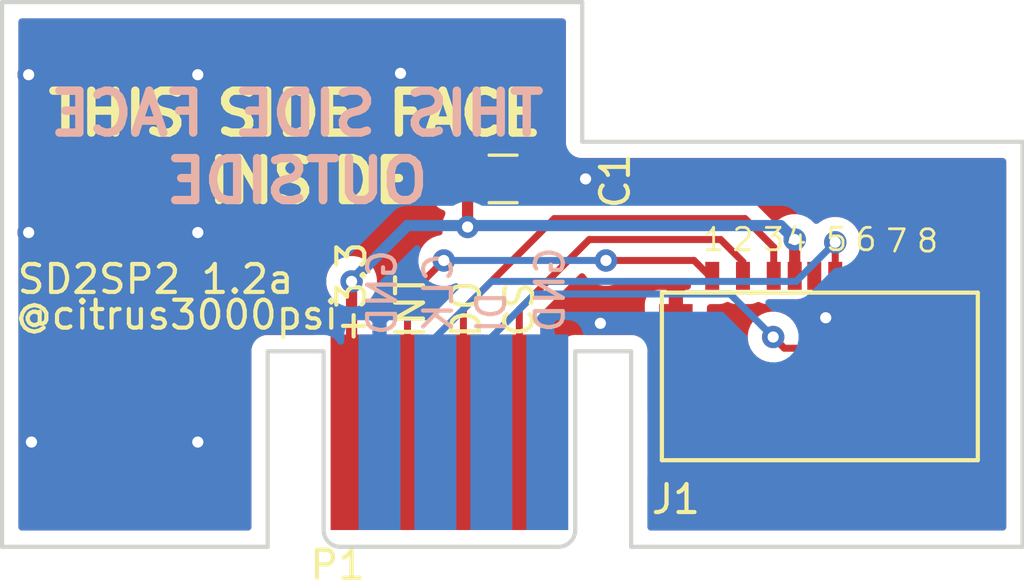
<source format=kicad_pcb>
(kicad_pcb (version 20171130) (host pcbnew "(5.1.0)-1")

  (general
    (thickness 1.2)
    (drawings 36)
    (tracks 58)
    (zones 0)
    (modules 3)
    (nets 9)
  )

  (page A4)
  (layers
    (0 F.Cu signal)
    (31 B.Cu signal)
    (32 B.Adhes user)
    (33 F.Adhes user)
    (34 B.Paste user)
    (35 F.Paste user)
    (36 B.SilkS user)
    (37 F.SilkS user)
    (38 B.Mask user hide)
    (39 F.Mask user)
    (40 Dwgs.User user)
    (41 Cmts.User user)
    (42 Eco1.User user)
    (43 Eco2.User user)
    (44 Edge.Cuts user)
    (45 Margin user)
    (46 B.CrtYd user)
    (47 F.CrtYd user)
    (48 B.Fab user)
    (49 F.Fab user)
  )

  (setup
    (last_trace_width 0.25)
    (user_trace_width 0.3)
    (user_trace_width 0.4)
    (trace_clearance 0.2)
    (zone_clearance 0.508)
    (zone_45_only no)
    (trace_min 0.2)
    (via_size 0.8)
    (via_drill 0.4)
    (via_min_size 0.4)
    (via_min_drill 0.3)
    (uvia_size 0.3)
    (uvia_drill 0.1)
    (uvias_allowed no)
    (uvia_min_size 0.2)
    (uvia_min_drill 0.1)
    (edge_width 0.15)
    (segment_width 0.2)
    (pcb_text_width 0.3)
    (pcb_text_size 1.5 1.5)
    (mod_edge_width 0.15)
    (mod_text_size 1 1)
    (mod_text_width 0.15)
    (pad_size 1.5 7)
    (pad_drill 0)
    (pad_to_mask_clearance 0.2)
    (aux_axis_origin 0 0)
    (visible_elements 7FFFFFFF)
    (pcbplotparams
      (layerselection 0x010f0_ffffffff)
      (usegerberextensions true)
      (usegerberattributes false)
      (usegerberadvancedattributes false)
      (creategerberjobfile false)
      (excludeedgelayer true)
      (linewidth 0.100000)
      (plotframeref false)
      (viasonmask false)
      (mode 1)
      (useauxorigin false)
      (hpglpennumber 1)
      (hpglpenspeed 20)
      (hpglpendiameter 15.000000)
      (psnegative false)
      (psa4output false)
      (plotreference true)
      (plotvalue true)
      (plotinvisibletext false)
      (padsonsilk false)
      (subtractmaskfromsilk false)
      (outputformat 1)
      (mirror false)
      (drillshape 0)
      (scaleselection 1)
      (outputdirectory "gerberFinalFinal"))
  )

  (net 0 "")
  (net 1 /+3.3)
  (net 2 GND)
  (net 3 /INT)
  (net 4 /CLK)
  (net 5 /DO)
  (net 6 /DI)
  (net 7 /CS)
  (net 8 "Net-(J1-Pad8)")

  (net_class Default "This is the default net class."
    (clearance 0.2)
    (trace_width 0.25)
    (via_dia 0.8)
    (via_drill 0.4)
    (uvia_dia 0.3)
    (uvia_drill 0.1)
    (add_net /+3.3)
    (add_net /CLK)
    (add_net /CS)
    (add_net /DI)
    (add_net /DO)
    (add_net /INT)
    (add_net GND)
    (add_net "Net-(J1-Pad8)")
  )

  (module gc_sp2:SP2_FootPrint (layer F.Cu) (tedit 5BB4D81F) (tstamp 5BB4C95D)
    (at 75.5 115.9)
    (path /5BB384EE)
    (attr smd)
    (fp_text reference P1 (at -0.5 4.75) (layer F.SilkS)
      (effects (font (size 1 1) (thickness 0.15)))
    )
    (fp_text value SerialPort (at 4.5 4.75) (layer F.Fab)
      (effects (font (size 1 1) (thickness 0.15)))
    )
    (pad 1 smd rect (at 0 0) (size 1.5 7) (layers F.Cu F.Paste F.Mask)
      (net 1 /+3.3))
    (pad 2 smd rect (at 1 0) (size 1.5 7) (layers B.Cu B.Paste B.Mask)
      (net 2 GND))
    (pad 3 smd rect (at 2 0) (size 1.5 7) (layers F.Cu F.Paste F.Mask)
      (net 3 /INT))
    (pad 4 smd rect (at 3 0) (size 1.5 7) (layers B.Cu B.Adhes B.Mask)
      (net 4 /CLK))
    (pad 5 smd rect (at 4 0) (size 1.5 7) (layers F.Cu F.Paste F.Mask)
      (net 6 /DI))
    (pad 6 smd rect (at 5 0) (size 1.5 7) (layers B.Cu B.Paste B.Mask)
      (net 5 /DO))
    (pad 7 smd rect (at 6 0) (size 1.5 7) (layers F.Cu F.Paste F.Mask)
      (net 7 /CS))
    (pad 8 smd rect (at 7 0) (size 1.5 7) (layers B.Cu B.Paste B.Mask)
      (net 2 GND))
  )

  (module gc_sp2:1050270001 (layer F.Cu) (tedit 5BB4CF60) (tstamp 5BB50819)
    (at 96.1 110.3 180)
    (path /5BB385EE)
    (attr smd)
    (fp_text reference J1 (at 9 -8) (layer F.SilkS)
      (effects (font (size 1 1) (thickness 0.15)))
    )
    (fp_text value Micro_SD_Card (at 4 -3.9 180) (layer F.Fab)
      (effects (font (size 1 1) (thickness 0.15)))
    )
    (fp_line (start -1.8 -6.6) (end 9.5 -6.6) (layer F.SilkS) (width 0.15))
    (fp_line (start 9.5 -6.6) (end 9.5 -0.6) (layer F.SilkS) (width 0.15))
    (fp_line (start 9.5 -0.6) (end -1.8 -0.6) (layer F.SilkS) (width 0.15))
    (fp_line (start -1.8 -0.6) (end -1.8 -6.6) (layer F.SilkS) (width 0.15))
    (pad 8 smd rect (at 0 0 180) (size 0.5 1) (layers F.Cu F.Paste F.Mask)
      (net 8 "Net-(J1-Pad8)"))
    (pad 7 smd rect (at 1.1 0 180) (size 0.5 1) (layers F.Cu F.Paste F.Mask)
      (net 5 /DO))
    (pad 6 smd rect (at 2.2 0 180) (size 0.5 1) (layers F.Cu F.Paste F.Mask)
      (net 2 GND))
    (pad 5 smd rect (at 3.3 0 180) (size 0.5 1) (layers F.Cu F.Paste F.Mask)
      (net 4 /CLK))
    (pad "" smd rect (at 4.05 0 180) (size 0.5 1) (layers F.Cu F.Paste F.Mask))
    (pad 4 smd rect (at 4.75 0 180) (size 0.5 1) (layers F.Cu F.Paste F.Mask)
      (net 1 /+3.3))
    (pad 3 smd rect (at 5.5 0 180) (size 0.5 1) (layers F.Cu F.Paste F.Mask)
      (net 6 /DI))
    (pad 2 smd rect (at 6.6 0 180) (size 0.5 1) (layers F.Cu F.Paste F.Mask)
      (net 7 /CS))
    (pad 1 smd rect (at 7.7 0 180) (size 0.5 1) (layers F.Cu F.Paste F.Mask)
      (net 3 /INT))
    (pad 9 smd rect (at 9 -1.61 180) (size 1.2 1.2) (layers F.Cu F.Paste F.Mask)
      (net 2 GND))
    (pad 9 smd rect (at 9 -6.06 180) (size 1.2 1.2) (layers F.Cu F.Paste F.Mask)
      (net 2 GND))
    (pad 9 smd rect (at -1.3 -1.61 180) (size 1.2 1.2) (layers F.Cu F.Paste F.Mask)
      (net 2 GND))
    (pad 9 smd rect (at -1.3 -6.06 180) (size 1.2 1.2) (layers F.Cu F.Paste F.Mask)
      (net 2 GND))
  )

  (module Capacitors_SMD:C_0805_HandSoldering (layer F.Cu) (tedit 5BB4D9BD) (tstamp 5BBDD2DA)
    (at 80.92 106.83)
    (descr "Capacitor SMD 0805, hand soldering")
    (tags "capacitor 0805")
    (path /5BB39511)
    (attr smd)
    (fp_text reference C1 (at 4.01 0.07 90) (layer F.SilkS)
      (effects (font (size 1 1) (thickness 0.15)))
    )
    (fp_text value .1 (at 3.1 0) (layer F.Fab) hide
      (effects (font (size 0.15 0.15) (thickness 0.0375)))
    )
    (fp_text user %R (at 4.03 0.16 -90) (layer F.Fab)
      (effects (font (size 1 1) (thickness 0.15)))
    )
    (fp_line (start -1 0.62) (end -1 -0.62) (layer F.Fab) (width 0.1))
    (fp_line (start 1 0.62) (end -1 0.62) (layer F.Fab) (width 0.1))
    (fp_line (start 1 -0.62) (end 1 0.62) (layer F.Fab) (width 0.1))
    (fp_line (start -1 -0.62) (end 1 -0.62) (layer F.Fab) (width 0.1))
    (fp_line (start 0.5 -0.85) (end -0.5 -0.85) (layer F.SilkS) (width 0.12))
    (fp_line (start -0.5 0.85) (end 0.5 0.85) (layer F.SilkS) (width 0.12))
    (fp_line (start -2.25 -0.88) (end 2.25 -0.88) (layer F.CrtYd) (width 0.05))
    (fp_line (start -2.25 -0.88) (end -2.25 0.87) (layer F.CrtYd) (width 0.05))
    (fp_line (start 2.25 0.87) (end 2.25 -0.88) (layer F.CrtYd) (width 0.05))
    (fp_line (start 2.25 0.87) (end -2.25 0.87) (layer F.CrtYd) (width 0.05))
    (pad 1 smd rect (at -1.25 0) (size 1.5 1.25) (layers F.Cu F.Paste F.Mask)
      (net 1 /+3.3))
    (pad 2 smd rect (at 1.25 0) (size 1.5 1.25) (layers F.Cu F.Paste F.Mask)
      (net 2 GND))
    (model Capacitors_SMD.3dshapes/C_0805.wrl
      (at (xyz 0 0 0))
      (scale (xyz 1 1 1))
      (rotate (xyz 0 0 0))
    )
  )

  (gr_arc (start 75.1 119.4) (end 74.5 119.4) (angle -90) (layer Edge.Cuts) (width 0.15) (tstamp 5CDEC216))
  (gr_arc (start 82.9 119.4) (end 82.9 120) (angle -90) (layer Edge.Cuts) (width 0.15))
  (gr_text DI (at 80.5 111.6 90) (layer B.SilkS) (tstamp 5BB50BBE)
    (effects (font (size 1 1) (thickness 0.15)) (justify mirror))
  )
  (gr_text CLK (at 78.6 110.9 90) (layer B.SilkS) (tstamp 5BB50BB9)
    (effects (font (size 1 1) (thickness 0.15)) (justify mirror))
  )
  (gr_text GND (at 76.6 110.9 90) (layer B.SilkS) (tstamp 5BB50BB6)
    (effects (font (size 1 1) (thickness 0.15)) (justify mirror))
  )
  (gr_text GND (at 82.6 110.8 90) (layer B.SilkS)
    (effects (font (size 1 1) (thickness 0.15)) (justify mirror))
  )
  (gr_text +3.3 (at 75.5 110.9 90) (layer F.SilkS) (tstamp 5BB50B3C)
    (effects (font (size 1 1) (thickness 0.15)))
  )
  (gr_text INT (at 77.6 111.4 90) (layer F.SilkS) (tstamp 5BB50B37)
    (effects (font (size 1 1) (thickness 0.15)))
  )
  (gr_text DO (at 79.6 111.5 90) (layer F.SilkS) (tstamp 5BB50B32)
    (effects (font (size 1 1) (thickness 0.15)))
  )
  (gr_text CS (at 81.5 111.5 90) (layer F.SilkS)
    (effects (font (size 1 1) (thickness 0.15)))
  )
  (gr_text 7 (at 95 109.05) (layer F.SilkS) (tstamp 5BB50B26)
    (effects (font (size 0.8 0.8) (thickness 0.1)))
  )
  (gr_text 6 (at 93.9 109) (layer F.SilkS) (tstamp 5BB50B22)
    (effects (font (size 0.8 0.8) (thickness 0.1)))
  )
  (gr_text 5 (at 92.85 109) (layer F.SilkS) (tstamp 5BB50B1D)
    (effects (font (size 0.8 0.8) (thickness 0.1)))
  )
  (gr_text 4 (at 91.4 109) (layer F.SilkS) (tstamp 5BB50B18)
    (effects (font (size 0.8 0.8) (thickness 0.1)))
  )
  (gr_text 3 (at 90.6 109) (layer F.SilkS) (tstamp 5BB50B14)
    (effects (font (size 0.8 0.8) (thickness 0.1)))
  )
  (gr_text 2 (at 89.5 109) (layer F.SilkS) (tstamp 5BB50B0C)
    (effects (font (size 0.8 0.8) (thickness 0.1)))
  )
  (gr_text 1 (at 88.45 109) (layer F.SilkS) (tstamp 5BB50B07)
    (effects (font (size 0.8 0.8) (thickness 0.1)))
  )
  (gr_text 8 (at 96.1 109.05) (layer F.SilkS)
    (effects (font (size 0.8 0.8) (thickness 0.1)))
  )
  (gr_text "SD2SP2 1.2a" (at 68.49 110.42) (layer F.SilkS)
    (effects (font (size 1 1) (thickness 0.15)))
  )
  (gr_text @citrus3000psi (at 69.25 111.7) (layer F.SilkS)
    (effects (font (size 1 1) (thickness 0.15)))
  )
  (gr_text "THIS SIDE FACE\nOUTSIDE" (at 73.55 105.7) (layer B.SilkS)
    (effects (font (size 1.5 1.5) (thickness 0.3)) (justify mirror))
  )
  (gr_line (start 83.75 105.5) (end 83.75 100.5) (layer Edge.Cuts) (width 0.15))
  (gr_line (start 99.5 105.5) (end 83.75 105.5) (layer Edge.Cuts) (width 0.15))
  (gr_text "THIS SIDE FACE \nINSIDE" (at 74.05 105.7) (layer F.SilkS) (tstamp 5BB50AE4)
    (effects (font (size 1.5 1.5) (thickness 0.3)))
  )
  (gr_line (start 75.1 120) (end 82.9 120) (layer Edge.Cuts) (width 0.15))
  (gr_line (start 74.5 113) (end 74.5 119.4) (layer Edge.Cuts) (width 0.15))
  (gr_line (start 72.5 113) (end 74.5 113) (layer Edge.Cuts) (width 0.15))
  (gr_line (start 83.5 113) (end 83.5 119.4) (layer Edge.Cuts) (width 0.15))
  (gr_line (start 83.5 113) (end 85.5 113) (layer Edge.Cuts) (width 0.15))
  (gr_line (start 85.5 120) (end 85.5 113) (layer Edge.Cuts) (width 0.15))
  (gr_line (start 72.5 120) (end 72.5 113) (layer Edge.Cuts) (width 0.15))
  (gr_line (start 99.5 120) (end 85.5 120) (layer Edge.Cuts) (width 0.15))
  (gr_line (start 63 120) (end 72.5 120) (layer Edge.Cuts) (width 0.15))
  (gr_line (start 63 120) (end 63 100.5) (layer Edge.Cuts) (width 0.15))
  (gr_line (start 99.5 105.5) (end 99.5 120) (layer Edge.Cuts) (width 0.15))
  (gr_line (start 63 100.5) (end 83.75 100.5) (layer Edge.Cuts) (width 0.15))

  (via (at 75.5 110.5) (size 0.8) (drill 0.4) (layers F.Cu B.Cu) (net 1))
  (segment (start 75.5 110.5) (end 75.5 116.25) (width 0.4) (layer F.Cu) (net 1))
  (segment (start 91.35 109.05) (end 91.35 110.3) (width 0.4) (layer F.Cu) (net 1))
  (via (at 91.35 109) (size 0.8) (drill 0.4) (layers F.Cu B.Cu) (net 1))
  (segment (start 77.5 108.5) (end 75.5 110.5) (width 0.4) (layer B.Cu) (net 1))
  (segment (start 91.35 109) (end 90.85 108.5) (width 0.4) (layer B.Cu) (net 1))
  (segment (start 90.85 108.5) (end 77.5 108.5) (width 0.4) (layer B.Cu) (net 1))
  (via (at 79.65 108.55) (size 0.8) (drill 0.4) (layers F.Cu B.Cu) (net 1) (tstamp 5DB0C16B))
  (segment (start 79.65 106.85) (end 79.67 106.83) (width 0.25) (layer F.Cu) (net 1))
  (segment (start 79.65 108.55) (end 79.65 106.85) (width 0.4) (layer F.Cu) (net 1))
  (via (at 64.05 116.25) (size 0.8) (drill 0.4) (layers F.Cu B.Cu) (net 2) (tstamp 5BB50A69))
  (via (at 70 116.25) (size 0.8) (drill 0.4) (layers F.Cu B.Cu) (net 2) (tstamp 5BB50A6B))
  (via (at 63.95 108.75) (size 0.8) (drill 0.4) (layers F.Cu B.Cu) (net 2) (tstamp 5BB50A6D))
  (via (at 70 108.75) (size 0.8) (drill 0.4) (layers F.Cu B.Cu) (net 2) (tstamp 5BB50A6F))
  (via (at 63.95 103.1) (size 0.8) (drill 0.4) (layers F.Cu B.Cu) (net 2) (tstamp 5BB50A71))
  (via (at 70 103.1) (size 0.8) (drill 0.4) (layers F.Cu B.Cu) (net 2) (tstamp 5BB50A73))
  (via (at 77.25 103.05) (size 0.8) (drill 0.4) (layers F.Cu B.Cu) (net 2) (tstamp 5BB50A75))
  (via (at 84.4 112) (size 0.8) (drill 0.4) (layers F.Cu B.Cu) (net 2) (tstamp 5BB4F9DA))
  (segment (start 82.5 116.25) (end 82.5 112.2) (width 0.4) (layer B.Cu) (net 2))
  (segment (start 76.5 116.25) (end 76.5 112.05) (width 0.4) (layer B.Cu) (net 2))
  (via (at 92.46 111.8) (size 0.8) (drill 0.4) (layers F.Cu B.Cu) (net 2))
  (segment (start 82.17 106.83) (end 83.74 106.83) (width 0.4) (layer F.Cu) (net 2))
  (via (at 83.87 106.83) (size 0.8) (drill 0.4) (layers F.Cu B.Cu) (net 2))
  (segment (start 83.74 106.83) (end 83.87 106.83) (width 0.25) (layer F.Cu) (net 2))
  (via (at 84.6 109.75) (size 0.8) (drill 0.4) (layers F.Cu B.Cu) (net 3))
  (segment (start 88.3 110.3) (end 88.4 110.3) (width 0.25) (layer F.Cu) (net 3))
  (segment (start 84.6 109.75) (end 87.75 109.75) (width 0.25) (layer F.Cu) (net 3))
  (segment (start 87.75 109.75) (end 88.3 110.3) (width 0.25) (layer F.Cu) (net 3))
  (via (at 78.8 109.75) (size 0.8) (drill 0.4) (layers F.Cu B.Cu) (net 3))
  (segment (start 78.8 109.75) (end 84.6 109.75) (width 0.25) (layer B.Cu) (net 3))
  (segment (start 77.5 111.05) (end 77.5 116.25) (width 0.25) (layer F.Cu) (net 3))
  (segment (start 78.8 109.75) (end 77.5 111.05) (width 0.25) (layer F.Cu) (net 3))
  (via (at 92.8 109.1) (size 0.8) (drill 0.4) (layers F.Cu B.Cu) (net 4))
  (segment (start 92.8 109.1) (end 92.8 110.3) (width 0.25) (layer F.Cu) (net 4))
  (segment (start 78.5 112.5) (end 78.5 116.25) (width 0.25) (layer B.Cu) (net 4))
  (segment (start 80.5 110.5) (end 78.5 112.5) (width 0.25) (layer B.Cu) (net 4))
  (segment (start 92.8 109.1) (end 91.4 110.5) (width 0.25) (layer B.Cu) (net 4))
  (segment (start 91.4 110.5) (end 80.5 110.5) (width 0.25) (layer B.Cu) (net 4))
  (segment (start 80.5 116.25) (end 80.5 112.5) (width 0.25) (layer B.Cu) (net 5))
  (via (at 90.58 112.49) (size 0.8) (drill 0.4) (layers F.Cu B.Cu) (net 5))
  (segment (start 80.5 112.5) (end 82.05 110.95) (width 0.25) (layer B.Cu) (net 5))
  (segment (start 89.04 110.95) (end 90.180001 112.090001) (width 0.25) (layer B.Cu) (net 5))
  (segment (start 82.05 110.95) (end 89.04 110.95) (width 0.25) (layer B.Cu) (net 5))
  (segment (start 90.180001 112.090001) (end 90.58 112.49) (width 0.25) (layer B.Cu) (net 5))
  (segment (start 90.979999 112.889999) (end 90.58 112.49) (width 0.25) (layer F.Cu) (net 5))
  (segment (start 94.080001 112.889999) (end 90.979999 112.889999) (width 0.25) (layer F.Cu) (net 5))
  (segment (start 95 110.3) (end 95 111.97) (width 0.25) (layer F.Cu) (net 5))
  (segment (start 95 111.97) (end 94.080001 112.889999) (width 0.25) (layer F.Cu) (net 5))
  (segment (start 79.5 111.5) (end 82.75 108.25) (width 0.25) (layer F.Cu) (net 6))
  (segment (start 79.5 116.25) (end 79.5 111.5) (width 0.25) (layer F.Cu) (net 6))
  (segment (start 90.6 110.3) (end 90.6 109.275) (width 0.25) (layer F.Cu) (net 6))
  (segment (start 89.575 108.25) (end 82.75 108.25) (width 0.25) (layer F.Cu) (net 6))
  (segment (start 90.6 109.275) (end 89.575 108.25) (width 0.25) (layer F.Cu) (net 6))
  (segment (start 89.5 109.8) (end 89.5 110.3) (width 0.25) (layer F.Cu) (net 7))
  (segment (start 88.7 109) (end 89.5 109.8) (width 0.25) (layer F.Cu) (net 7))
  (segment (start 84 109) (end 88.7 109) (width 0.25) (layer F.Cu) (net 7))
  (segment (start 81.5 116.25) (end 81.5 111.5) (width 0.25) (layer F.Cu) (net 7))
  (segment (start 81.5 111.5) (end 84 109) (width 0.25) (layer F.Cu) (net 7))

  (zone (net 2) (net_name GND) (layer F.Cu) (tstamp 5DB0C1C4) (hatch edge 0.508)
    (connect_pads (clearance 0.508))
    (min_thickness 0.254)
    (fill yes (arc_segments 16) (thermal_gap 0.508) (thermal_bridge_width 0.508))
    (polygon
      (pts
        (xy 63 120) (xy 72.5 120) (xy 72.5 113) (xy 85.5 113) (xy 85.5 120)
        (xy 99.5 120) (xy 99.5 105.5) (xy 83.75 105.5) (xy 83.75 100.5) (xy 63 100.5)
      )
    )
    (filled_polygon
      (pts
        (xy 83.04 105.465123) (xy 83.036565 105.5) (xy 83.044363 105.579176) (xy 82.92 105.566928) (xy 82.45575 105.57)
        (xy 82.297 105.72875) (xy 82.297 106.703) (xy 83.39625 106.703) (xy 83.555 106.54425) (xy 83.558072 106.205)
        (xy 83.555912 106.183072) (xy 83.610816 106.199727) (xy 83.75 106.213435) (xy 83.784877 106.21) (xy 98.79 106.21)
        (xy 98.790001 119.29) (xy 86.21 119.29) (xy 86.21 117.52501) (xy 86.25582 117.549502) (xy 86.375518 117.585812)
        (xy 86.5 117.598072) (xy 86.81425 117.595) (xy 86.973 117.43625) (xy 86.973 116.487) (xy 87.227 116.487)
        (xy 87.227 117.43625) (xy 87.38575 117.595) (xy 87.7 117.598072) (xy 87.824482 117.585812) (xy 87.94418 117.549502)
        (xy 88.054494 117.490537) (xy 88.151185 117.411185) (xy 88.230537 117.314494) (xy 88.289502 117.20418) (xy 88.325812 117.084482)
        (xy 88.338072 116.96) (xy 96.161928 116.96) (xy 96.174188 117.084482) (xy 96.210498 117.20418) (xy 96.269463 117.314494)
        (xy 96.348815 117.411185) (xy 96.445506 117.490537) (xy 96.55582 117.549502) (xy 96.675518 117.585812) (xy 96.8 117.598072)
        (xy 97.11425 117.595) (xy 97.273 117.43625) (xy 97.273 116.487) (xy 97.527 116.487) (xy 97.527 117.43625)
        (xy 97.68575 117.595) (xy 98 117.598072) (xy 98.124482 117.585812) (xy 98.24418 117.549502) (xy 98.354494 117.490537)
        (xy 98.451185 117.411185) (xy 98.530537 117.314494) (xy 98.589502 117.20418) (xy 98.625812 117.084482) (xy 98.638072 116.96)
        (xy 98.635 116.64575) (xy 98.47625 116.487) (xy 97.527 116.487) (xy 97.273 116.487) (xy 96.32375 116.487)
        (xy 96.165 116.64575) (xy 96.161928 116.96) (xy 88.338072 116.96) (xy 88.335 116.64575) (xy 88.17625 116.487)
        (xy 87.227 116.487) (xy 86.973 116.487) (xy 86.953 116.487) (xy 86.953 116.233) (xy 86.973 116.233)
        (xy 86.973 115.28375) (xy 87.227 115.28375) (xy 87.227 116.233) (xy 88.17625 116.233) (xy 88.335 116.07425)
        (xy 88.338072 115.76) (xy 96.161928 115.76) (xy 96.165 116.07425) (xy 96.32375 116.233) (xy 97.273 116.233)
        (xy 97.273 115.28375) (xy 97.527 115.28375) (xy 97.527 116.233) (xy 98.47625 116.233) (xy 98.635 116.07425)
        (xy 98.638072 115.76) (xy 98.625812 115.635518) (xy 98.589502 115.51582) (xy 98.530537 115.405506) (xy 98.451185 115.308815)
        (xy 98.354494 115.229463) (xy 98.24418 115.170498) (xy 98.124482 115.134188) (xy 98 115.121928) (xy 97.68575 115.125)
        (xy 97.527 115.28375) (xy 97.273 115.28375) (xy 97.11425 115.125) (xy 96.8 115.121928) (xy 96.675518 115.134188)
        (xy 96.55582 115.170498) (xy 96.445506 115.229463) (xy 96.348815 115.308815) (xy 96.269463 115.405506) (xy 96.210498 115.51582)
        (xy 96.174188 115.635518) (xy 96.161928 115.76) (xy 88.338072 115.76) (xy 88.325812 115.635518) (xy 88.289502 115.51582)
        (xy 88.230537 115.405506) (xy 88.151185 115.308815) (xy 88.054494 115.229463) (xy 87.94418 115.170498) (xy 87.824482 115.134188)
        (xy 87.7 115.121928) (xy 87.38575 115.125) (xy 87.227 115.28375) (xy 86.973 115.28375) (xy 86.81425 115.125)
        (xy 86.5 115.121928) (xy 86.375518 115.134188) (xy 86.25582 115.170498) (xy 86.21 115.19499) (xy 86.21 113.07501)
        (xy 86.25582 113.099502) (xy 86.375518 113.135812) (xy 86.5 113.148072) (xy 86.81425 113.145) (xy 86.973 112.98625)
        (xy 86.973 112.037) (xy 87.227 112.037) (xy 87.227 112.98625) (xy 87.38575 113.145) (xy 87.7 113.148072)
        (xy 87.824482 113.135812) (xy 87.94418 113.099502) (xy 88.054494 113.040537) (xy 88.151185 112.961185) (xy 88.230537 112.864494)
        (xy 88.289502 112.75418) (xy 88.325812 112.634482) (xy 88.338072 112.51) (xy 88.33688 112.388061) (xy 89.545 112.388061)
        (xy 89.545 112.591939) (xy 89.584774 112.791898) (xy 89.662795 112.980256) (xy 89.776063 113.149774) (xy 89.920226 113.293937)
        (xy 90.089744 113.407205) (xy 90.278102 113.485226) (xy 90.478061 113.525) (xy 90.555774 113.525) (xy 90.687752 113.595545)
        (xy 90.831013 113.639002) (xy 90.942666 113.649999) (xy 90.942676 113.649999) (xy 90.979998 113.653675) (xy 91.017321 113.649999)
        (xy 94.042679 113.649999) (xy 94.080001 113.653675) (xy 94.117323 113.649999) (xy 94.117334 113.649999) (xy 94.228987 113.639002)
        (xy 94.372248 113.595545) (xy 94.504277 113.524973) (xy 94.620002 113.43) (xy 94.643804 113.400997) (xy 95.511003 112.533799)
        (xy 95.540001 112.510001) (xy 95.540001 112.51) (xy 96.161928 112.51) (xy 96.174188 112.634482) (xy 96.210498 112.75418)
        (xy 96.269463 112.864494) (xy 96.348815 112.961185) (xy 96.445506 113.040537) (xy 96.55582 113.099502) (xy 96.675518 113.135812)
        (xy 96.8 113.148072) (xy 97.11425 113.145) (xy 97.273 112.98625) (xy 97.273 112.037) (xy 97.527 112.037)
        (xy 97.527 112.98625) (xy 97.68575 113.145) (xy 98 113.148072) (xy 98.124482 113.135812) (xy 98.24418 113.099502)
        (xy 98.354494 113.040537) (xy 98.451185 112.961185) (xy 98.530537 112.864494) (xy 98.589502 112.75418) (xy 98.625812 112.634482)
        (xy 98.638072 112.51) (xy 98.635 112.19575) (xy 98.47625 112.037) (xy 97.527 112.037) (xy 97.273 112.037)
        (xy 96.32375 112.037) (xy 96.165 112.19575) (xy 96.161928 112.51) (xy 95.540001 112.51) (xy 95.576339 112.465723)
        (xy 95.634974 112.394277) (xy 95.705546 112.262247) (xy 95.709564 112.249002) (xy 95.749003 112.118986) (xy 95.76 112.007333)
        (xy 95.76 112.007324) (xy 95.763676 111.970001) (xy 95.76 111.932678) (xy 95.76 111.429208) (xy 95.85 111.438072)
        (xy 96.16318 111.438072) (xy 96.165 111.62425) (xy 96.32375 111.783) (xy 97.273 111.783) (xy 97.273 110.83375)
        (xy 97.527 110.83375) (xy 97.527 111.783) (xy 98.47625 111.783) (xy 98.635 111.62425) (xy 98.638072 111.31)
        (xy 98.625812 111.185518) (xy 98.589502 111.06582) (xy 98.530537 110.955506) (xy 98.451185 110.858815) (xy 98.354494 110.779463)
        (xy 98.24418 110.720498) (xy 98.124482 110.684188) (xy 98 110.671928) (xy 97.68575 110.675) (xy 97.527 110.83375)
        (xy 97.273 110.83375) (xy 97.11425 110.675) (xy 96.988072 110.673767) (xy 96.988072 109.8) (xy 96.975812 109.675518)
        (xy 96.939502 109.55582) (xy 96.880537 109.445506) (xy 96.801185 109.348815) (xy 96.704494 109.269463) (xy 96.59418 109.210498)
        (xy 96.474482 109.174188) (xy 96.35 109.161928) (xy 95.85 109.161928) (xy 95.725518 109.174188) (xy 95.60582 109.210498)
        (xy 95.55 109.240335) (xy 95.49418 109.210498) (xy 95.374482 109.174188) (xy 95.25 109.161928) (xy 94.75 109.161928)
        (xy 94.625518 109.174188) (xy 94.50582 109.210498) (xy 94.45011 109.240276) (xy 94.405579 109.21535) (xy 94.286609 109.176723)
        (xy 94.18175 109.165) (xy 94.023 109.32375) (xy 94.023 110.173) (xy 94.047 110.173) (xy 94.047 110.427)
        (xy 94.023 110.427) (xy 94.023 111.27625) (xy 94.18175 111.435) (xy 94.240001 111.428488) (xy 94.240001 111.655197)
        (xy 93.7652 112.129999) (xy 91.551159 112.129999) (xy 91.497205 111.999744) (xy 91.383937 111.830226) (xy 91.239774 111.686063)
        (xy 91.070256 111.572795) (xy 90.881898 111.494774) (xy 90.681939 111.455) (xy 90.478061 111.455) (xy 90.278102 111.494774)
        (xy 90.089744 111.572795) (xy 89.920226 111.686063) (xy 89.776063 111.830226) (xy 89.662795 111.999744) (xy 89.584774 112.188102)
        (xy 89.545 112.388061) (xy 88.33688 112.388061) (xy 88.335 112.19575) (xy 88.17625 112.037) (xy 87.227 112.037)
        (xy 86.973 112.037) (xy 86.02375 112.037) (xy 85.865 112.19575) (xy 85.863111 112.389026) (xy 85.77302 112.340872)
        (xy 85.639184 112.300273) (xy 85.534877 112.29) (xy 85.5 112.286565) (xy 85.465123 112.29) (xy 83.534877 112.29)
        (xy 83.5 112.286565) (xy 83.465123 112.29) (xy 83.360816 112.300273) (xy 83.22698 112.340872) (xy 83.103637 112.4068)
        (xy 82.995525 112.495525) (xy 82.9068 112.603637) (xy 82.888072 112.638675) (xy 82.888072 112.4) (xy 82.875812 112.275518)
        (xy 82.839502 112.15582) (xy 82.780537 112.045506) (xy 82.701185 111.948815) (xy 82.604494 111.869463) (xy 82.49418 111.810498)
        (xy 82.374482 111.774188) (xy 82.307236 111.767565) (xy 82.764801 111.31) (xy 85.861928 111.31) (xy 85.865 111.62425)
        (xy 86.02375 111.783) (xy 86.973 111.783) (xy 86.973 110.83375) (xy 86.81425 110.675) (xy 86.5 110.671928)
        (xy 86.375518 110.684188) (xy 86.25582 110.720498) (xy 86.145506 110.779463) (xy 86.048815 110.858815) (xy 85.969463 110.955506)
        (xy 85.910498 111.06582) (xy 85.874188 111.185518) (xy 85.861928 111.31) (xy 82.764801 111.31) (xy 83.743578 110.331224)
        (xy 83.796063 110.409774) (xy 83.940226 110.553937) (xy 84.109744 110.667205) (xy 84.298102 110.745226) (xy 84.498061 110.785)
        (xy 84.701939 110.785) (xy 84.901898 110.745226) (xy 85.090256 110.667205) (xy 85.259774 110.553937) (xy 85.303711 110.51)
        (xy 87.435198 110.51) (xy 87.511928 110.58673) (xy 87.511928 110.673767) (xy 87.38575 110.675) (xy 87.227 110.83375)
        (xy 87.227 111.783) (xy 88.17625 111.783) (xy 88.335 111.62425) (xy 88.33682 111.438072) (xy 88.65 111.438072)
        (xy 88.774482 111.425812) (xy 88.89418 111.389502) (xy 88.95 111.359665) (xy 89.00582 111.389502) (xy 89.125518 111.425812)
        (xy 89.25 111.438072) (xy 89.75 111.438072) (xy 89.874482 111.425812) (xy 89.99418 111.389502) (xy 90.05 111.359665)
        (xy 90.10582 111.389502) (xy 90.225518 111.425812) (xy 90.35 111.438072) (xy 90.85 111.438072) (xy 90.974482 111.425812)
        (xy 90.975 111.425655) (xy 90.975518 111.425812) (xy 91.1 111.438072) (xy 91.6 111.438072) (xy 91.7 111.428223)
        (xy 91.8 111.438072) (xy 92.3 111.438072) (xy 92.424482 111.425812) (xy 92.425 111.425655) (xy 92.425518 111.425812)
        (xy 92.55 111.438072) (xy 93.05 111.438072) (xy 93.174482 111.425812) (xy 93.29418 111.389502) (xy 93.34989 111.359724)
        (xy 93.394421 111.38465) (xy 93.513391 111.423277) (xy 93.61825 111.435) (xy 93.777 111.27625) (xy 93.777 110.427)
        (xy 93.753 110.427) (xy 93.753 110.173) (xy 93.777 110.173) (xy 93.777 109.445899) (xy 93.795226 109.401898)
        (xy 93.835 109.201939) (xy 93.835 108.998061) (xy 93.795226 108.798102) (xy 93.717205 108.609744) (xy 93.603937 108.440226)
        (xy 93.459774 108.296063) (xy 93.290256 108.182795) (xy 93.101898 108.104774) (xy 92.901939 108.065) (xy 92.698061 108.065)
        (xy 92.498102 108.104774) (xy 92.309744 108.182795) (xy 92.140226 108.296063) (xy 92.125 108.311289) (xy 92.009774 108.196063)
        (xy 91.840256 108.082795) (xy 91.651898 108.004774) (xy 91.451939 107.965) (xy 91.248061 107.965) (xy 91.048102 108.004774)
        (xy 90.859744 108.082795) (xy 90.690226 108.196063) (xy 90.643045 108.243244) (xy 90.138804 107.739002) (xy 90.115001 107.709999)
        (xy 89.999276 107.615026) (xy 89.867247 107.544454) (xy 89.723986 107.500997) (xy 89.612333 107.49) (xy 89.612322 107.49)
        (xy 89.575 107.486324) (xy 89.537678 107.49) (xy 83.554625 107.49) (xy 83.558072 107.455) (xy 83.555 107.11575)
        (xy 83.39625 106.957) (xy 82.297 106.957) (xy 82.297 106.977) (xy 82.043 106.977) (xy 82.043 106.957)
        (xy 82.023 106.957) (xy 82.023 106.703) (xy 82.043 106.703) (xy 82.043 105.72875) (xy 81.88425 105.57)
        (xy 81.42 105.566928) (xy 81.295518 105.579188) (xy 81.17582 105.615498) (xy 81.065506 105.674463) (xy 80.968815 105.753815)
        (xy 80.92 105.813296) (xy 80.871185 105.753815) (xy 80.774494 105.674463) (xy 80.66418 105.615498) (xy 80.544482 105.579188)
        (xy 80.42 105.566928) (xy 78.92 105.566928) (xy 78.795518 105.579188) (xy 78.67582 105.615498) (xy 78.565506 105.674463)
        (xy 78.468815 105.753815) (xy 78.389463 105.850506) (xy 78.330498 105.96082) (xy 78.294188 106.080518) (xy 78.281928 106.205)
        (xy 78.281928 107.455) (xy 78.294188 107.579482) (xy 78.330498 107.69918) (xy 78.389463 107.809494) (xy 78.468815 107.906185)
        (xy 78.565506 107.985537) (xy 78.67582 108.044502) (xy 78.732044 108.061557) (xy 78.654774 108.248102) (xy 78.615 108.448061)
        (xy 78.615 108.651939) (xy 78.630227 108.728493) (xy 78.498102 108.754774) (xy 78.309744 108.832795) (xy 78.140226 108.946063)
        (xy 77.996063 109.090226) (xy 77.882795 109.259744) (xy 77.804774 109.448102) (xy 77.765 109.648061) (xy 77.765 109.710198)
        (xy 76.989003 110.486196) (xy 76.959999 110.509999) (xy 76.915948 110.563676) (xy 76.865026 110.625724) (xy 76.805909 110.736323)
        (xy 76.794454 110.757754) (xy 76.750997 110.901015) (xy 76.74 111.012668) (xy 76.74 111.012678) (xy 76.736324 111.05)
        (xy 76.74 111.087323) (xy 76.74 111.762913) (xy 76.625518 111.774188) (xy 76.50582 111.810498) (xy 76.5 111.813609)
        (xy 76.49418 111.810498) (xy 76.374482 111.774188) (xy 76.335 111.770299) (xy 76.335 111.113285) (xy 76.417205 110.990256)
        (xy 76.495226 110.801898) (xy 76.535 110.601939) (xy 76.535 110.398061) (xy 76.495226 110.198102) (xy 76.417205 110.009744)
        (xy 76.303937 109.840226) (xy 76.159774 109.696063) (xy 75.990256 109.582795) (xy 75.801898 109.504774) (xy 75.601939 109.465)
        (xy 75.398061 109.465) (xy 75.198102 109.504774) (xy 75.009744 109.582795) (xy 74.840226 109.696063) (xy 74.696063 109.840226)
        (xy 74.582795 110.009744) (xy 74.504774 110.198102) (xy 74.465 110.398061) (xy 74.465 110.601939) (xy 74.504774 110.801898)
        (xy 74.582795 110.990256) (xy 74.665 111.113285) (xy 74.665 111.770299) (xy 74.625518 111.774188) (xy 74.50582 111.810498)
        (xy 74.395506 111.869463) (xy 74.298815 111.948815) (xy 74.219463 112.045506) (xy 74.160498 112.15582) (xy 74.124188 112.275518)
        (xy 74.122762 112.29) (xy 72.534877 112.29) (xy 72.5 112.286565) (xy 72.465123 112.29) (xy 72.360816 112.300273)
        (xy 72.22698 112.340872) (xy 72.103637 112.4068) (xy 71.995525 112.495525) (xy 71.9068 112.603637) (xy 71.840872 112.72698)
        (xy 71.800273 112.860816) (xy 71.786565 113) (xy 71.790001 113.034887) (xy 71.79 119.29) (xy 63.71 119.29)
        (xy 63.71 101.21) (xy 83.040001 101.21)
      )
    )
  )
  (zone (net 2) (net_name GND) (layer B.Cu) (tstamp 5DB0C1C1) (hatch edge 0.508)
    (connect_pads (clearance 0.508))
    (min_thickness 0.254)
    (fill yes (arc_segments 16) (thermal_gap 0.508) (thermal_bridge_width 0.508))
    (polygon
      (pts
        (xy 63 120) (xy 72.5 120) (xy 72.5 113) (xy 85.5 113) (xy 85.5 120)
        (xy 99.4 120) (xy 99.5 105.5) (xy 83.75 105.5) (xy 83.75 100.5) (xy 63 100.5)
      )
    )
    (filled_polygon
      (pts
        (xy 83.04 105.465123) (xy 83.036565 105.5) (xy 83.050273 105.639184) (xy 83.090872 105.77302) (xy 83.1568 105.896363)
        (xy 83.245525 106.004475) (xy 83.353637 106.0932) (xy 83.47698 106.159128) (xy 83.610816 106.199727) (xy 83.75 106.213435)
        (xy 83.784877 106.21) (xy 98.79 106.21) (xy 98.790001 119.29) (xy 86.21 119.29) (xy 86.21 113.034877)
        (xy 86.213435 113) (xy 86.199727 112.860816) (xy 86.159128 112.72698) (xy 86.0932 112.603637) (xy 86.004475 112.495525)
        (xy 85.896363 112.4068) (xy 85.77302 112.340872) (xy 85.639184 112.300273) (xy 85.534877 112.29) (xy 85.5 112.286565)
        (xy 85.465123 112.29) (xy 83.877238 112.29) (xy 83.875812 112.275518) (xy 83.839502 112.15582) (xy 83.780537 112.045506)
        (xy 83.701185 111.948815) (xy 83.604494 111.869463) (xy 83.49418 111.810498) (xy 83.374482 111.774188) (xy 83.25 111.761928)
        (xy 82.78575 111.765) (xy 82.627 111.92375) (xy 82.627 112.873) (xy 82.373 112.873) (xy 82.373 111.92375)
        (xy 82.262026 111.812776) (xy 82.364802 111.71) (xy 88.725199 111.71) (xy 89.545 112.529802) (xy 89.545 112.591939)
        (xy 89.584774 112.791898) (xy 89.662795 112.980256) (xy 89.776063 113.149774) (xy 89.920226 113.293937) (xy 90.089744 113.407205)
        (xy 90.278102 113.485226) (xy 90.478061 113.525) (xy 90.681939 113.525) (xy 90.881898 113.485226) (xy 91.070256 113.407205)
        (xy 91.239774 113.293937) (xy 91.383937 113.149774) (xy 91.497205 112.980256) (xy 91.575226 112.791898) (xy 91.615 112.591939)
        (xy 91.615 112.388061) (xy 91.575226 112.188102) (xy 91.497205 111.999744) (xy 91.383937 111.830226) (xy 91.239774 111.686063)
        (xy 91.070256 111.572795) (xy 90.881898 111.494774) (xy 90.681939 111.455) (xy 90.619802 111.455) (xy 90.424802 111.26)
        (xy 91.362678 111.26) (xy 91.4 111.263676) (xy 91.437322 111.26) (xy 91.437333 111.26) (xy 91.548986 111.249003)
        (xy 91.692247 111.205546) (xy 91.824276 111.134974) (xy 91.940001 111.040001) (xy 91.963804 111.010997) (xy 92.839802 110.135)
        (xy 92.901939 110.135) (xy 93.101898 110.095226) (xy 93.290256 110.017205) (xy 93.459774 109.903937) (xy 93.603937 109.759774)
        (xy 93.717205 109.590256) (xy 93.795226 109.401898) (xy 93.835 109.201939) (xy 93.835 108.998061) (xy 93.795226 108.798102)
        (xy 93.717205 108.609744) (xy 93.603937 108.440226) (xy 93.459774 108.296063) (xy 93.290256 108.182795) (xy 93.101898 108.104774)
        (xy 92.901939 108.065) (xy 92.698061 108.065) (xy 92.498102 108.104774) (xy 92.309744 108.182795) (xy 92.140226 108.296063)
        (xy 92.125 108.311289) (xy 92.009774 108.196063) (xy 91.840256 108.082795) (xy 91.651898 108.004774) (xy 91.506775 107.975907)
        (xy 91.469445 107.938578) (xy 91.443291 107.906709) (xy 91.316146 107.802364) (xy 91.171087 107.724828) (xy 91.013689 107.677082)
        (xy 90.891019 107.665) (xy 90.891018 107.665) (xy 90.85 107.66096) (xy 90.808982 107.665) (xy 80.188454 107.665)
        (xy 80.140256 107.632795) (xy 79.951898 107.554774) (xy 79.751939 107.515) (xy 79.548061 107.515) (xy 79.348102 107.554774)
        (xy 79.159744 107.632795) (xy 79.111546 107.665) (xy 77.541018 107.665) (xy 77.499999 107.66096) (xy 77.458981 107.665)
        (xy 77.336311 107.677082) (xy 77.178913 107.724828) (xy 77.033854 107.802364) (xy 76.906709 107.906709) (xy 76.880559 107.938573)
        (xy 75.343225 109.475907) (xy 75.198102 109.504774) (xy 75.009744 109.582795) (xy 74.840226 109.696063) (xy 74.696063 109.840226)
        (xy 74.582795 110.009744) (xy 74.504774 110.198102) (xy 74.465 110.398061) (xy 74.465 110.601939) (xy 74.504774 110.801898)
        (xy 74.582795 110.990256) (xy 74.696063 111.159774) (xy 74.840226 111.303937) (xy 75.009744 111.417205) (xy 75.198102 111.495226)
        (xy 75.398061 111.535) (xy 75.601939 111.535) (xy 75.801898 111.495226) (xy 75.990256 111.417205) (xy 76.159774 111.303937)
        (xy 76.303937 111.159774) (xy 76.417205 110.990256) (xy 76.495226 110.801898) (xy 76.524093 110.656775) (xy 77.845868 109.335)
        (xy 77.851623 109.335) (xy 77.804774 109.448102) (xy 77.765 109.648061) (xy 77.765 109.851939) (xy 77.804774 110.051898)
        (xy 77.882795 110.240256) (xy 77.996063 110.409774) (xy 78.140226 110.553937) (xy 78.309744 110.667205) (xy 78.498102 110.745226)
        (xy 78.698061 110.785) (xy 78.901939 110.785) (xy 79.101898 110.745226) (xy 79.23518 110.690018) (xy 78.163271 111.761928)
        (xy 77.75 111.761928) (xy 77.625518 111.774188) (xy 77.50582 111.810498) (xy 77.5 111.813609) (xy 77.49418 111.810498)
        (xy 77.374482 111.774188) (xy 77.25 111.761928) (xy 76.78575 111.765) (xy 76.627 111.92375) (xy 76.627 112.873)
        (xy 76.373 112.873) (xy 76.373 111.92375) (xy 76.21425 111.765) (xy 75.75 111.761928) (xy 75.625518 111.774188)
        (xy 75.50582 111.810498) (xy 75.395506 111.869463) (xy 75.298815 111.948815) (xy 75.219463 112.045506) (xy 75.160498 112.15582)
        (xy 75.124188 112.275518) (xy 75.111928 112.4) (xy 75.112157 112.639102) (xy 75.0932 112.603637) (xy 75.004475 112.495525)
        (xy 74.896363 112.4068) (xy 74.77302 112.340872) (xy 74.639184 112.300273) (xy 74.534877 112.29) (xy 74.5 112.286565)
        (xy 74.465123 112.29) (xy 72.534877 112.29) (xy 72.5 112.286565) (xy 72.465123 112.29) (xy 72.360816 112.300273)
        (xy 72.22698 112.340872) (xy 72.103637 112.4068) (xy 71.995525 112.495525) (xy 71.9068 112.603637) (xy 71.840872 112.72698)
        (xy 71.800273 112.860816) (xy 71.786565 113) (xy 71.790001 113.034887) (xy 71.79 119.29) (xy 63.71 119.29)
        (xy 63.71 101.21) (xy 83.040001 101.21)
      )
    )
  )
)

</source>
